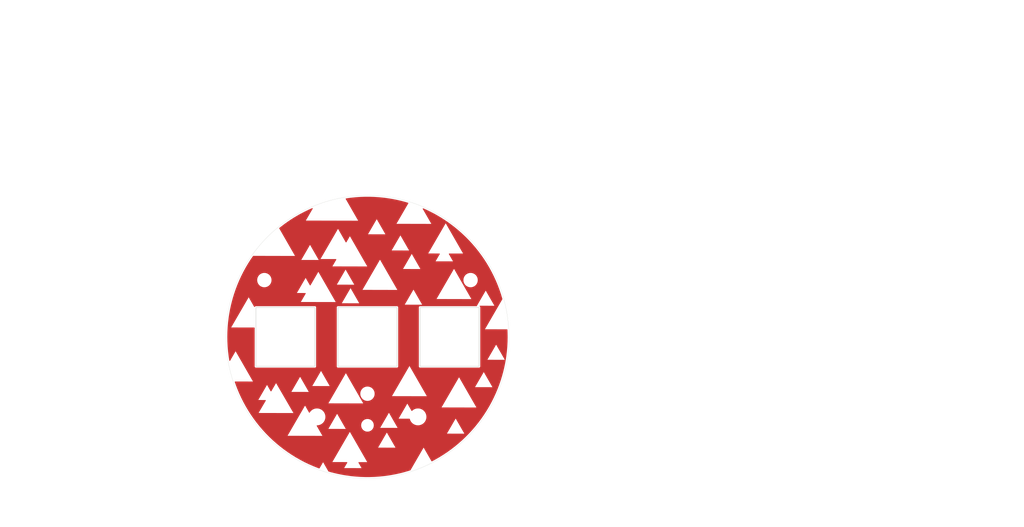
<source format=kicad_pcb>
(kicad_pcb (version 20221018) (generator pcbnew)
  (title_block (title "RP2040 Minimal Design Example") (date "2020-07-13") (rev "REV1") (company "Raspberry Pi (Trading) Ltd"))
  (layers (0 "F.Cu" signal) (31 "B.Cu" signal) (34 "B.Paste" user) (35 "F.Paste" user) (36 "B.SilkS" user "B.Silkscreen") (37 "F.SilkS" user "F.Silkscreen") (38 "B.Mask" user) (39 "F.Mask" user) (44 "Edge.Cuts" user))
  (net 0 "")
  (net 1 "GND")
  (footprint "Button_Switch_Keyboard:SW_Lekker_1.00u_Plate" (layer "F.Cu") (at 80.5 100)
    (fp_text reference "REF**" hide)
    (fp_text value "SW_Lekker_1.00u_Plate")
    (fp_rect (start -7 -7) (end 7 7) (stroke (width 0.12)) (fill none) (layer "Edge.Cuts"))
  )
  (footprint "Button_Switch_Keyboard:SW_Lekker_1.00u_Plate" (layer "F.Cu") (at 100 100)
    (fp_text reference "REF**" hide)
    (fp_text value "SW_Lekker_1.00u_Plate")
    (fp_rect (start -7 -7) (end 7 7) (stroke (width 0.12)) (fill none) (layer "Edge.Cuts"))
  )
  (footprint "MountingHole:MountingHole_3.7mm" (layer "F.Cu") (at 88 119)
    (fp_text reference "REF**" hide)
    (fp_text value "MountingHole_3.7mm")
    (pad "" np_thru_hole circle (at 0 0) (size 3.8 3.8) (drill 3.8) (layers "F&B.Cu" "*.Mask"))
  )
  (footprint "MountingHole:MountingHole_3.7mm" (layer "F.Cu") (at 112 119)
    (fp_text reference "REF**" hide)
    (fp_text value "MountingHole_3.7mm")
    (pad "" np_thru_hole circle (at 0 0) (size 3.8 3.8) (drill 3.8) (layers "*.Cu" "*.Mask"))
  )
  (footprint "Button_Switch_Keyboard:SW_Lekker_1.00u_Plate" (layer "F.Cu") (at 119.5 100)
    (fp_text reference "REF**" hide)
    (fp_text value "SW_Lekker_1.00u_Plate")
    (fp_rect (start -7 -7) (end 7 7) (stroke (width 0.12)) (fill none) (layer "Edge.Cuts"))
  )
  (footprint "MountingHole:MountingHole_2.7mm" (layer "F.Cu") (at 100 121)
    (fp_text reference "REF**" hide)
    (fp_text value "MountingHole_2.7mm")
    (pad "" np_thru_hole circle (at 0 0) (size 2.8 2.8) (drill 2.8) (layers "F&B.Cu" "*.Mask"))
  )
  (footprint "MountingHole:MountingHole_3.2mm_M3" (layer "B.Cu") (at 100 113.5 180)
    (fp_text reference "H3" hide)
    (fp_text value "MountingHole_3.2mm_M3")
    (pad "" np_thru_hole circle (at 0 0 180) (size 3.2 3.2) (drill 3.2) (layers "*.Cu" "*.Mask"))
  )
  (footprint "MountingHole:MountingHole_3.2mm_M3" (layer "B.Cu") (at 124.5 86.5 180)
    (fp_text reference "H2" hide)
    (fp_text value "MountingHole_3.2mm_M3")
    (pad "" np_thru_hole circle (at 0 0 180) (size 3.2 3.2) (drill 3.2) (layers "*.Cu" "*.Mask"))
  )
  (footprint "MountingHole:MountingHole_3.2mm_M3" (layer "B.Cu") (at 75.5 86.5 180)
    (fp_text reference "H1" hide)
    (fp_text value "MountingHole_3.2mm_M3")
    (pad "" np_thru_hole circle (at 0 0 180) (size 3.2 3.2) (drill 3.2) (layers "*.Cu" "*.Mask"))
  )
  (gr_circle (center 100 100) (end 133.6 100) (stroke (width 0.05)) (fill none) (layer "Edge.Cuts"))
  (zone (net 1) (net_name "GND") (layer "F.Cu") (priority 1) (connect_pads (clearance 0.2)) (min_thickness 0.2) (fill yes (thermal_gap 0.3) (thermal_bridge_width 0.3))
    (polygon (pts (xy 144.67 145.16) (xy 57.89 144.39) (xy 56.8 56.69) (xy 143.92 57.05)))
  )
  (zone (net 0) (net_name "") (layers "F&B.Cu") (connect_pads (clearance 0)) (min_thickness 0.25)
    (keepout (tracks not_allowed) (vias not_allowed) (pads not_allowed) (copperpour not_allowed) (footprints allowed))
    (fill (thermal_gap 0.5) (thermal_bridge_width 0.5))
    (polygon (pts (xy 85.309738 85.979872) (xy 83.228897 89.566005) (xy 87.375 89.575)))
  )
  (zone (net 0) (net_name "") (layers "F&B.Cu") (connect_pads (clearance 0)) (min_thickness 0.25)
    (keepout (tracks not_allowed) (vias not_allowed) (pads not_allowed) (copperpour not_allowed) (footprints allowed))
    (fill (thermal_gap 0.5) (thermal_bridge_width 0.5))
    (polygon (pts (xy 127.63 108.35) (xy 125.549159 111.936133) (xy 129.695262 111.945128)))
  )
  (zone (net 0) (net_name "") (layers "F&B.Cu") (connect_pads (clearance 0)) (min_thickness 0.25)
    (keepout (tracks not_allowed) (vias not_allowed) (pads not_allowed) (copperpour not_allowed) (footprints allowed))
    (fill (thermal_gap 0.5) (thermal_bridge_width 0.5))
    (polygon (pts (xy 22.495944 41.412769) (xy 26.657626 34.240505) (xy 30.78815 41.430759)))
  )
  (zone (net 0) (net_name "") (layers "F&B.Cu") (connect_pads (clearance 0)) (min_thickness 0.25)
    (keepout (tracks not_allowed) (vias not_allowed) (pads not_allowed) (copperpour not_allowed) (footprints allowed))
    (fill (thermal_gap 0.5) (thermal_bridge_width 0.5))
    (polygon (pts (xy 76.134738 111.404872) (xy 74.053897 114.991005) (xy 78.2 115)))
  )
  (zone (net 0) (net_name "") (layers "F&B.Cu") (connect_pads (clearance 0)) (min_thickness 0.25)
    (keepout (tracks not_allowed) (vias not_allowed) (pads not_allowed) (copperpour not_allowed) (footprints allowed))
    (fill (thermal_gap 0.5) (thermal_bridge_width 0.5))
    (polygon (pts (xy 120.954738 119.394872) (xy 118.873897 122.981005) (xy 123.02 122.99)))
  )
  (zone (net 0) (net_name "") (layers "F&B.Cu") (connect_pads (clearance 0)) (min_thickness 0.25)
    (keepout (tracks not_allowed) (vias not_allowed) (pads not_allowed) (copperpour not_allowed) (footprints allowed))
    (fill (thermal_gap 0.5) (thermal_bridge_width 0.5))
    (polygon (pts (xy 105.818318 114.072264) (xy 109.98 106.9) (xy 114.110524 114.090254)))
  )
  (zone (net 0) (net_name "") (layers "F&B.Cu") (connect_pads (clearance 0)) (min_thickness 0.25)
    (keepout (tracks not_allowed) (vias not_allowed) (pads not_allowed) (copperpour not_allowed) (footprints allowed))
    (fill (thermal_gap 0.5) (thermal_bridge_width 0.5))
    (polygon (pts (xy 130.564738 101.844872) (xy 128.483897 105.431005) (xy 132.63 105.44)))
  )
  (zone (net 0) (net_name "") (layers "F&B.Cu") (connect_pads (clearance 0)) (min_thickness 0.25)
    (keepout (tracks not_allowed) (vias not_allowed) (pads not_allowed) (copperpour not_allowed) (footprints allowed))
    (fill (thermal_gap 0.5) (thermal_bridge_width 0.5))
    (polygon (pts (xy 91.652651 129.732753) (xy 95.814333 122.560489) (xy 99.944857 129.750743)))
  )
  (zone (net 0) (net_name "") (layers "F&B.Cu") (connect_pads (clearance 0)) (min_thickness 0.25)
    (keepout (tracks not_allowed) (vias not_allowed) (pads not_allowed) (copperpour not_allowed) (footprints allowed))
    (fill (thermal_gap 0.5) (thermal_bridge_width 0.5))
    (polygon (pts (xy 198.594738 52.284872) (xy 196.513897 55.871005) (xy 200.66 55.88)))
  )
  (zone (net 0) (net_name "") (layers "F&B.Cu") (connect_pads (clearance 0)) (min_thickness 0.25)
    (keepout (tracks not_allowed) (vias not_allowed) (pads not_allowed) (copperpour not_allowed) (footprints allowed))
    (fill (thermal_gap 0.5) (thermal_bridge_width 0.5))
    (polygon (pts (xy 44.015589 42.16402) (xy 52.338953 27.819492) (xy 60.6 42.2)))
  )
  (zone (net 0) (net_name "") (layers "F&B.Cu") (connect_pads (clearance 0)) (min_thickness 0.25)
    (keepout (tracks not_allowed) (vias not_allowed) (pads not_allowed) (copperpour not_allowed) (footprints allowed))
    (fill (thermal_gap 0.5) (thermal_bridge_width 0.5))
    (polygon (pts (xy 109.47 115.84) (xy 107.389159 119.426133) (xy 111.535262 119.435128)))
  )
  (zone (net 0) (net_name "") (layers "F&B.Cu") (connect_pads (clearance 0)) (min_thickness 0.25)
    (keepout (tracks not_allowed) (vias not_allowed) (pads not_allowed) (copperpour not_allowed) (footprints allowed))
    (fill (thermal_gap 0.5) (thermal_bridge_width 0.5))
    (polygon (pts (xy 191.759738 42.529872) (xy 189.678897 46.116005) (xy 193.825 46.125)))
  )
  (zone (net 0) (net_name "") (layers "F&B.Cu") (connect_pads (clearance 0)) (min_thickness 0.25)
    (keepout (tracks not_allowed) (vias not_allowed) (pads not_allowed) (copperpour not_allowed) (footprints allowed))
    (fill (thermal_gap 0.5) (thermal_bridge_width 0.5))
    (polygon (pts (xy 107.825 75.875) (xy 105.744159 79.461133) (xy 109.890262 79.470128)))
  )
  (zone (net 0) (net_name "") (layers "F&B.Cu") (connect_pads (clearance 0)) (min_thickness 0.25)
    (keepout (tracks not_allowed) (vias not_allowed) (pads not_allowed) (copperpour not_allowed) (footprints allowed))
    (fill (thermal_gap 0.5) (thermal_bridge_width 0.5))
    (polygon (pts (xy 21.372114 56.890007) (xy 27.614637 46.13161) (xy 33.810423 56.916992)))
  )
  (zone (net 0) (net_name "") (layers "F&B.Cu") (connect_pads (clearance 0)) (min_thickness 0.25)
    (keepout (tracks not_allowed) (vias not_allowed) (pads not_allowed) (copperpour not_allowed) (footprints allowed))
    (fill (thermal_gap 0.5) (thermal_bridge_width 0.5))
    (polygon (pts (xy 12.695944 57.012769) (xy 16.857626 49.840505) (xy 20.98815 57.030759)))
  )
  (zone (net 0) (net_name "") (layers "F&B.Cu") (connect_pads (clearance 0)) (min_thickness 0.25)
    (keepout (tracks not_allowed) (vias not_allowed) (pads not_allowed) (copperpour not_allowed) (footprints allowed))
    (fill (thermal_gap 0.5) (thermal_bridge_width 0.5))
    (polygon (pts (xy 186.759738 50.129872) (xy 184.678897 53.716005) (xy 188.825 53.725)))
  )
  (zone (net 0) (net_name "") (layers "F&B.Cu") (connect_pads (clearance 0)) (min_thickness 0.25)
    (keepout (tracks not_allowed) (vias not_allowed) (pads not_allowed) (copperpour not_allowed) (footprints allowed))
    (fill (thermal_gap 0.5) (thermal_bridge_width 0.5))
    (polygon (pts (xy 90.707794 115.78201) (xy 94.869476 108.609746) (xy 99 115.8)))
  )
  (zone (net 0) (net_name "") (layers "F&B.Cu") (connect_pads (clearance 0)) (min_thickness 0.25)
    (keepout (tracks not_allowed) (vias not_allowed) (pads not_allowed) (copperpour not_allowed) (footprints allowed))
    (fill (thermal_gap 0.5) (thermal_bridge_width 0.5))
    (polygon (pts (xy 86.351073 78.13055) (xy 84.270232 81.716683) (xy 88.416335 81.725678)))
  )
  (zone (net 0) (net_name "") (layers "F&B.Cu") (connect_pads (clearance 0)) (min_thickness 0.25)
    (keepout (tracks not_allowed) (vias not_allowed) (pads not_allowed) (copperpour not_allowed) (footprints allowed))
    (fill (thermal_gap 0.5) (thermal_bridge_width 0.5))
    (polygon (pts (xy 89.456841 129.763867) (xy 87.376 133.35) (xy 91.522103 133.358995)))
  )
  (zone (net 0) (net_name "") (layers "F&B.Cu") (connect_pads (clearance 0)) (min_thickness 0.25)
    (keepout (tracks not_allowed) (vias not_allowed) (pads not_allowed) (copperpour not_allowed) (footprints allowed))
    (fill (thermal_gap 0.5) (thermal_bridge_width 0.5))
    (polygon (pts (xy 102.930479 83.726746) (xy 100.849638 87.312879) (xy 104.995741 87.321874)))
  )
  (zone (net 0) (net_name "") (layers "F&B.Cu") (connect_pads (clearance 0)) (min_thickness 0.25)
    (keepout (tracks not_allowed) (vias not_allowed) (pads not_allowed) (copperpour not_allowed) (footprints allowed))
    (fill (thermal_gap 0.5) (thermal_bridge_width 0.5))
    (polygon (pts (xy 98.813318 88.822264) (xy 102.975 81.65) (xy 107.105524 88.840254)))
  )
  (zone (net 0) (net_name "") (layers "F&B.Cu") (connect_pads (clearance 0)) (min_thickness 0.25)
    (keepout (tracks not_allowed) (vias not_allowed) (pads not_allowed) (copperpour not_allowed) (footprints allowed))
    (fill (thermal_gap 0.5) (thermal_bridge_width 0.5))
    (polygon (pts (xy 34.215589 57.76402) (xy 42.538953 43.419492) (xy 50.8 57.8)))
  )
  (zone (net 0) (net_name "") (layers "F&B.Cu") (connect_pads (clearance 0)) (min_thickness 0.25)
    (keepout (tracks not_allowed) (vias not_allowed) (pads not_allowed) (copperpour not_allowed) (footprints allowed))
    (fill (thermal_gap 0.5) (thermal_bridge_width 0.5))
    (polygon (pts (xy 105.1 118.02) (xy 103.019159 121.606133) (xy 107.165262 121.615128)))
  )
  (zone (net 0) (net_name "") (layers "F&B.Cu") (connect_pads (clearance 0)) (min_thickness 0.25)
    (keepout (tracks not_allowed) (vias not_allowed) (pads not_allowed) (copperpour not_allowed) (footprints allowed))
    (fill (thermal_gap 0.5) (thermal_bridge_width 0.5))
    (polygon (pts (xy 92.250841 66.263867) (xy 90.17 69.85) (xy 94.316103 69.858995)))
  )
  (zone (net 0) (net_name "") (layers "F&B.Cu") (connect_pads (clearance 0)) (min_thickness 0.25)
    (keepout (tracks not_allowed) (vias not_allowed) (pads not_allowed) (copperpour not_allowed) (footprints allowed))
    (fill (thermal_gap 0.5) (thermal_bridge_width 0.5))
    (polygon (pts (xy 31.172114 41.290007) (xy 37.414637 30.53161) (xy 43.610423 41.316992)))
  )
  (zone (net 0) (net_name "") (layers "F&B.Cu") (connect_pads (clearance 0)) (min_thickness 0.25)
    (keepout (tracks not_allowed) (vias not_allowed) (pads not_allowed) (copperpour not_allowed) (footprints allowed))
    (fill (thermal_gap 0.5) (thermal_bridge_width 0.5))
    (polygon (pts (xy 88.964738 108.084872) (xy 86.883897 111.671005) (xy 91.03 111.68)))
  )
  (zone (net 0) (net_name "") (layers "F&B.Cu") (connect_pads (clearance 0)) (min_thickness 0.25)
    (keepout (tracks not_allowed) (vias not_allowed) (pads not_allowed) (copperpour not_allowed) (footprints allowed))
    (fill (thermal_gap 0.5) (thermal_bridge_width 0.5))
    (polygon (pts (xy 94.8 84) (xy 92.719159 87.586133) (xy 96.865262 87.595128)))
  )
  (zone (net 0) (net_name "") (layers "F&B.Cu") (connect_pads (clearance 0)) (min_thickness 0.25)
    (keepout (tracks not_allowed) (vias not_allowed) (pads not_allowed) (copperpour not_allowed) (footprints allowed))
    (fill (thermal_gap 0.5) (thermal_bridge_width 0.5))
    (polygon (pts (xy 182.159738 43.729872) (xy 180.078897 47.316005) (xy 184.225 47.325)))
  )
  (zone (net 0) (net_name "") (layers "F&B.Cu") (connect_pads (clearance 0)) (min_thickness 0.25)
    (keepout (tracks not_allowed) (vias not_allowed) (pads not_allowed) (copperpour not_allowed) (footprints allowed))
    (fill (thermal_gap 0.5) (thermal_bridge_width 0.5))
    (polygon (pts (xy 110.52 80.28) (xy 108.439159 83.866133) (xy 112.585262 83.875128)))
  )
  (zone (net 0) (net_name "") (layers "F&B.Cu") (connect_pads (clearance 0)) (min_thickness 0.25)
    (keepout (tracks not_allowed) (vias not_allowed) (pads not_allowed) (copperpour not_allowed) (footprints allowed))
    (fill (thermal_gap 0.5) (thermal_bridge_width 0.5))
    (polygon (pts (xy 86.215589 42.96402) (xy 94.538953 28.619492) (xy 102.8 43)))
  )
  (zone (net 0) (net_name "") (layers "F&B.Cu") (connect_pads (clearance 0)) (min_thickness 0.25)
    (keepout (tracks not_allowed) (vias not_allowed) (pads not_allowed) (copperpour not_allowed) (footprints allowed))
    (fill (thermal_gap 0.5) (thermal_bridge_width 0.5))
    (polygon (pts (xy 174.959738 55.529872) (xy 172.878897 59.116005) (xy 177.025 59.125)))
  )
  (zone (net 0) (net_name "") (layers "F&B.Cu") (connect_pads (clearance 0)) (min_thickness 0.25)
    (keepout (tracks not_allowed) (vias not_allowed) (pads not_allowed) (copperpour not_allowed) (footprints allowed))
    (fill (thermal_gap 0.5) (thermal_bridge_width 0.5))
    (polygon (pts (xy 85.351691 72.363015) (xy 91.594214 61.604618) (xy 97.79 72.39)))
  )
  (zone (net 0) (net_name "") (layers "F&B.Cu") (connect_pads (clearance 0)) (min_thickness 0.25)
    (keepout (tracks not_allowed) (vias not_allowed) (pads not_allowed) (copperpour not_allowed) (footprints allowed))
    (fill (thermal_gap 0.5) (thermal_bridge_width 0.5))
    (polygon (pts (xy 83.994738 109.474872) (xy 81.913897 113.061005) (xy 86.06 113.07)))
  )
  (zone (net 0) (net_name "") (layers "F&B.Cu") (connect_pads (clearance 0)) (min_thickness 0.25)
    (keepout (tracks not_allowed) (vias not_allowed) (pads not_allowed) (copperpour not_allowed) (footprints allowed))
    (fill (thermal_gap 0.5) (thermal_bridge_width 0.5))
    (polygon (pts (xy 96.534738 127.579872) (xy 94.453897 131.166005) (xy 98.6 131.175)))
  )
  (zone (net 0) (net_name "") (layers "F&B.Cu") (connect_pads (clearance 0)) (min_thickness 0.25)
    (keepout (tracks not_allowed) (vias not_allowed) (pads not_allowed) (copperpour not_allowed) (footprints allowed))
    (fill (thermal_gap 0.5) (thermal_bridge_width 0.5))
    (polygon (pts (xy 88.838318 81.497264) (xy 93 74.325) (xy 97.130524 81.515254)))
  )
  (zone (net 0) (net_name "") (layers "F&B.Cu") (connect_pads (clearance 0)) (min_thickness 0.25)
    (keepout (tracks not_allowed) (vias not_allowed) (pads not_allowed) (copperpour not_allowed) (footprints allowed))
    (fill (thermal_gap 0.5) (thermal_bridge_width 0.5))
    (polygon (pts (xy 112.314488 43.849502) (xy 118.557011 33.091105) (xy 124.752797 43.876487)))
  )
  (zone (net 0) (net_name "") (layers "F&B.Cu") (connect_pads (clearance 0)) (min_thickness 0.25)
    (keepout (tracks not_allowed) (vias not_allowed) (pads not_allowed) (copperpour not_allowed) (footprints allowed))
    (fill (thermal_gap 0.5) (thermal_bridge_width 0.5))
    (polygon (pts (xy 110.930841 88.754872) (xy 108.85 92.341005) (xy 112.996103 92.35)))
  )
  (zone (net 0) (net_name "") (layers "F&B.Cu") (connect_pads (clearance 0)) (min_thickness 0.25)
    (keepout (tracks not_allowed) (vias not_allowed) (pads not_allowed) (copperpour not_allowed) (footprints allowed))
    (fill (thermal_gap 0.5) (thermal_bridge_width 0.5))
    (polygon (pts (xy 110.001411 109.321886) (xy 107.92057 112.908019) (xy 112.066673 112.917014)))
  )
  (zone (net 0) (net_name "") (layers "F&B.Cu") (connect_pads (clearance 0)) (min_thickness 0.25)
    (keepout (tracks not_allowed) (vias not_allowed) (pads not_allowed) (copperpour not_allowed) (footprints allowed))
    (fill (thermal_gap 0.5) (thermal_bridge_width 0.5))
    (polygon (pts (xy 102.2 72.03) (xy 100.119159 75.616133) (xy 104.265262 75.625128)))
  )
  (zone (net 0) (net_name "") (layers "F&B.Cu") (connect_pads (clearance 0)) (min_thickness 0.25)
    (keepout (tracks not_allowed) (vias not_allowed) (pads not_allowed) (copperpour not_allowed) (footprints allowed))
    (fill (thermal_gap 0.5) (thermal_bridge_width 0.5))
    (polygon (pts (xy 114.422937 80.176207) (xy 118.584619 73.003943) (xy 122.715143 80.194197)))
  )
  (zone (net 0) (net_name "") (layers "F&B.Cu") (connect_pads (clearance 0)) (min_thickness 0.25)
    (keepout (tracks not_allowed) (vias not_allowed) (pads not_allowed) (copperpour not_allowed) (footprints allowed))
    (fill (thermal_gap 0.5) (thermal_bridge_width 0.5))
    (polygon (pts (xy 95.980841 88.413867) (xy 93.9 92) (xy 98.046103 92.008995)))
  )
  (zone (net 0) (net_name "") (layers "F&B.Cu") (connect_pads (clearance 0)) (min_thickness 0.25)
    (keepout (tracks not_allowed) (vias not_allowed) (pads not_allowed) (copperpour not_allowed) (footprints allowed))
    (fill (thermal_gap 0.5) (thermal_bridge_width 0.5))
    (polygon (pts (xy 118.259738 78.454872) (xy 116.178897 82.041005) (xy 120.325 82.05)))
  )
  (zone (net 0) (net_name "") (layers "F&B.Cu") (connect_pads (clearance 0)) (min_thickness 0.25)
    (keepout (tracks not_allowed) (vias not_allowed) (pads not_allowed) (copperpour not_allowed) (footprints allowed))
    (fill (thermal_gap 0.5) (thermal_bridge_width 0.5))
    (polygon (pts (xy 104.596926 122.719232) (xy 102.516085 126.305365) (xy 106.662188 126.31436)))
  )
  (zone (net 0) (net_name "") (layers "F&B.Cu") (connect_pads (clearance 0)) (min_thickness 0.25)
    (keepout (tracks not_allowed) (vias not_allowed) (pads not_allowed) (copperpour not_allowed) (footprints allowed))
    (fill (thermal_gap 0.5) (thermal_bridge_width 0.5))
    (polygon (pts (xy 92.785422 118.267193) (xy 90.704581 121.853326) (xy 94.850684 121.862321)))
  )
  (zone (net 0) (net_name "") (layers "F&B.Cu") (connect_pads (clearance 0)) (min_thickness 0.25)
    (keepout (tracks not_allowed) (vias not_allowed) (pads not_allowed) (copperpour not_allowed) (footprints allowed))
    (fill (thermal_gap 0.5) (thermal_bridge_width 0.5))
    (polygon (pts (xy 198.594738 47.204872) (xy 196.513897 50.791005) (xy 200.66 50.8)))
  )
  (zone (net 0) (net_name "") (layers "F&B.Cu") (connect_pads (clearance 0)) (min_thickness 0.25)
    (keepout (tracks not_allowed) (vias not_allowed) (pads not_allowed) (copperpour not_allowed) (footprints allowed))
    (fill (thermal_gap 0.5) (thermal_bridge_width 0.5))
    (polygon (pts (xy 84.168318 91.702264) (xy 88.33 84.53) (xy 92.460524 91.720254)))
  )
  (zone (net 0) (net_name "") (layers "F&B.Cu") (connect_pads (clearance 0)) (min_thickness 0.25)
    (keepout (tracks not_allowed) (vias not_allowed) (pads not_allowed) (copperpour not_allowed) (footprints allowed))
    (fill (thermal_gap 0.5) (thermal_bridge_width 0.5))
    (polygon (pts (xy 128.094738 89.004872) (xy 126.013897 92.591005) (xy 130.16 92.6)))
  )
  (zone (net 0) (net_name "") (layers "F&B.Cu" "F.Mask") (connect_pads (clearance 0)) (min_thickness 0.25)
    (keepout (tracks not_allowed) (vias not_allowed) (pads not_allowed) (copperpour not_allowed) (footprints allowed))
    (fill (thermal_gap 0.5) (thermal_bridge_width 0.5))
    (polygon (pts (xy 91.663318 83.247264) (xy 95.825 76.075) (xy 99.955524 83.265254)))
  )
  (zone (net 0) (net_name "") (layers "F&B.Cu" "F.Mask") (connect_pads (clearance 0)) (min_thickness 0.25)
    (keepout (tracks not_allowed) (vias not_allowed) (pads not_allowed) (copperpour not_allowed) (footprints allowed))
    (fill (thermal_gap 0.5) (thermal_bridge_width 0.5))
    (polygon (pts (xy 116.4 91) (xy 120.561682 83.827736) (xy 124.692206 91.01799)))
  )
  (zone (net 0) (net_name "") (layers "F&B.Cu" "F.Mask") (connect_pads (clearance 0)) (min_thickness 0.25)
    (keepout (tracks not_allowed) (vias not_allowed) (pads not_allowed) (copperpour not_allowed) (footprints allowed))
    (fill (thermal_gap 0.5) (thermal_bridge_width 0.5))
    (polygon (pts (xy 227.625312 54.90166) (xy 235.948676 40.557132) (xy 244.209723 54.93764)))
  )
  (zone (net 0) (net_name "") (layers "F&B.Cu" "F.Mask") (connect_pads (clearance 0)) (min_thickness 0.25)
    (keepout (tracks not_allowed) (vias not_allowed) (pads not_allowed) (copperpour not_allowed) (footprints allowed))
    (fill (thermal_gap 0.5) (thermal_bridge_width 0.5))
    (polygon (pts (xy 243.561691 60.373015) (xy 249.804214 49.614618) (xy 256 60.4)))
  )
  (zone (net 0) (net_name "") (layers "F&B.Cu" "F.Mask") (connect_pads (clearance 0)) (min_thickness 0.25)
    (keepout (tracks not_allowed) (vias not_allowed) (pads not_allowed) (copperpour not_allowed) (footprints allowed))
    (fill (thermal_gap 0.5) (thermal_bridge_width 0.5))
    (polygon (pts (xy 64.507794 110.58201) (xy 68.669476 103.409746) (xy 72.8 110.6)))
  )
  (zone (net 0) (net_name "") (layers "F&B.Cu" "F.Mask") (connect_pads (clearance 0)) (min_thickness 0.25)
    (keepout (tracks not_allowed) (vias not_allowed) (pads not_allowed) (copperpour not_allowed) (footprints allowed))
    (fill (thermal_gap 0.5) (thermal_bridge_width 0.5))
    (polygon (pts (xy 81.00851 123.491811) (xy 85.170192 116.319547) (xy 89.300716 123.509801)))
  )
  (zone (net 0) (net_name "") (layers "F&B.Cu" "F.Mask") (connect_pads (clearance 0)) (min_thickness 0.25)
    (keepout (tracks not_allowed) (vias not_allowed) (pads not_allowed) (copperpour not_allowed) (footprints allowed))
    (fill (thermal_gap 0.5) (thermal_bridge_width 0.5))
    (polygon (pts (xy 70.35145 80.738231) (xy 76.593973 69.979834) (xy 82.789759 80.765216)))
  )
  (zone (net 0) (net_name "") (layers "F&B.Cu" "F.Mask") (connect_pads (clearance 0)) (min_thickness 0.25)
    (keepout (tracks not_allowed) (vias not_allowed) (pads not_allowed) (copperpour not_allowed) (footprints allowed))
    (fill (thermal_gap 0.5) (thermal_bridge_width 0.5))
    (polygon (pts (xy 160.506842 116.478523) (xy 168.830206 102.133995) (xy 177.091253 116.514503)))
  )
  (zone (net 0) (net_name "") (layers "F&B.Cu" "F.Mask") (connect_pads (clearance 0)) (min_thickness 0.25)
    (keepout (tracks not_allowed) (vias not_allowed) (pads not_allowed) (copperpour not_allowed) (footprints allowed))
    (fill (thermal_gap 0.5) (thermal_bridge_width 0.5))
    (polygon (pts (xy 117.595633 116.75495) (xy 121.757315 109.582686) (xy 125.887839 116.77294)))
  )
  (zone (net 0) (net_name "") (layers "F&B.Cu" "F.Mask") (connect_pads (clearance 0)) (min_thickness 0.25)
    (keepout (tracks not_allowed) (vias not_allowed) (pads not_allowed) (copperpour not_allowed) (footprints allowed))
    (fill (thermal_gap 0.5) (thermal_bridge_width 0.5))
    (polygon (pts (xy 74.123056 118.072136) (xy 78.284738 110.979872) (xy 82.415262 118.090126)))
  )
  (zone (net 0) (net_name "") (layers "F&B.Cu" "F.Mask") (connect_pads (clearance 0)) (min_thickness 0.25)
    (keepout (tracks not_allowed) (vias not_allowed) (pads not_allowed) (copperpour not_allowed) (footprints allowed))
    (fill (thermal_gap 0.5) (thermal_bridge_width 0.5))
    (polygon (pts (xy 106.882794 73.13201) (xy 111.044476 65.959746) (xy 115.175 73.15)))
  )
  (zone (net 0) (net_name "") (layers "F&B.Cu" "F.Mask") (connect_pads (clearance 0)) (min_thickness 0.25)
    (keepout (tracks not_allowed) (vias not_allowed) (pads not_allowed) (copperpour not_allowed) (footprints allowed))
    (fill (thermal_gap 0.5) (thermal_bridge_width 0.5))
    (polygon (pts (xy 163.032794 69.85701) (xy 167.194476 62.684746) (xy 171.325 69.875)))
  )
  (zone (net 0) (net_name "") (layers "F&B.Cu" "F.Mask") (connect_pads (clearance 0)) (min_thickness 0.25)
    (keepout (tracks not_allowed) (vias not_allowed) (pads not_allowed) (copperpour not_allowed) (footprints allowed))
    (fill (thermal_gap 0.5) (thermal_bridge_width 0.5))
    (polygon (pts (xy 127.907794 98.18201) (xy 132.069476 91.009746) (xy 136.2 98.2)))
  )
  (zone (net 0) (net_name "") (layers "F&B.Cu" "F.Mask") (connect_pads (clearance 0)) (min_thickness 0.25)
    (keepout (tracks not_allowed) (vias not_allowed) (pads not_allowed) (copperpour not_allowed) (footprints allowed))
    (fill (thermal_gap 0.5) (thermal_bridge_width 0.5))
    (polygon (pts (xy 165.825312 95.50166) (xy 174.148676 81.157132) (xy 182.409723 95.53764)))
  )
  (zone (net 0) (net_name "") (layers "F&B.Cu" "F.Mask") (connect_pads (clearance 0)) (min_thickness 0.25)
    (keepout (tracks not_allowed) (vias not_allowed) (pads not_allowed) (copperpour not_allowed) (footprints allowed))
    (fill (thermal_gap 0.5) (thermal_bridge_width 0.5))
    (polygon (pts (xy 149.582794 82.30701) (xy 153.744476 75.134746) (xy 157.875 82.325)))
  )
  (zone (net 0) (net_name "") (layers "F&B.Cu" "F.Mask") (connect_pads (clearance 0)) (min_thickness 0.25)
    (keepout (tracks not_allowed) (vias not_allowed) (pads not_allowed) (copperpour not_allowed) (footprints allowed))
    (fill (thermal_gap 0.5) (thermal_bridge_width 0.5))
    (polygon (pts (xy 192.188986 94.144439) (xy 200.51235 79.799911) (xy 208.773397 94.180419)))
  )
  (zone (net 0) (net_name "") (layers "F&B.Cu" "F.Mask") (connect_pads (clearance 0)) (min_thickness 0.25)
    (keepout (tracks not_allowed) (vias not_allowed) (pads not_allowed) (copperpour not_allowed) (footprints allowed))
    (fill (thermal_gap 0.5) (thermal_bridge_width 0.5))
    (polygon (pts (xy 153.932794 56.20701) (xy 158.094476 49.034746) (xy 162.225 56.225)))
  )
  (zone (net 0) (net_name "") (layers "F&B.Cu" "F.Mask") (connect_pads (clearance 0)) (min_thickness 0.25)
    (keepout (tracks not_allowed) (vias not_allowed) (pads not_allowed) (copperpour not_allowed) (footprints allowed))
    (fill (thermal_gap 0.5) (thermal_bridge_width 0.5))
    (polygon (pts (xy 67.615813 97.756763) (xy 71.777495 90.584499) (xy 75.908019 97.774753)))
  )
  (zone (net 0) (net_name "") (layers "F&B.Cu" "F.Mask") (connect_pads (clearance 0)) (min_thickness 0.25)
    (keepout (tracks not_allowed) (vias not_allowed) (pads not_allowed) (copperpour not_allowed) (footprints allowed))
    (fill (thermal_gap 0.5) (thermal_bridge_width 0.5))
    (polygon (pts (xy 178.225312 34.30166) (xy 186.548676 19.957132) (xy 194.809723 34.33764)))
  )
  (zone (net 0) (net_name "") (layers "F&B.Cu" "F.Mask") (connect_pads (clearance 0)) (min_thickness 0.25)
    (keepout (tracks not_allowed) (vias not_allowed) (pads not_allowed) (copperpour not_allowed) (footprints allowed))
    (fill (thermal_gap 0.5) (thermal_bridge_width 0.5))
    (polygon (pts (xy 179.770483 73.492098) (xy 186.013006 62.733701) (xy 192.208792 73.519083)))
  )
  (zone (net 0) (net_name "") (layers "F&B.Cu" "F.Mask") (connect_pads (clearance 0)) (min_thickness 0.25)
    (keepout (tracks not_allowed) (vias not_allowed) (pads not_allowed) (copperpour not_allowed) (footprints allowed))
    (fill (thermal_gap 0.5) (thermal_bridge_width 0.5))
    (polygon (pts (xy 109.179039 133.461929) (xy 113.340721 126.289665) (xy 117.471245 133.479919)))
  )
  (zone (net 0) (net_name "") (layers "F&B.Cu" "F.Mask") (connect_pads (clearance 0)) (min_thickness 0.25)
    (keepout (tracks not_allowed) (vias not_allowed) (pads not_allowed) (copperpour not_allowed) (footprints allowed))
    (fill (thermal_gap 0.5) (thermal_bridge_width 0.5))
    (polygon (pts (xy 90.707794 115.78201) (xy 94.869476 108.609746) (xy 99 115.8)))
  )
  (zone (net 0) (net_name "") (layers "F&B.Cu" "F.Mask") (connect_pads (clearance 0)) (min_thickness 0.25)
    (keepout (tracks not_allowed) (vias not_allowed) (pads not_allowed) (copperpour not_allowed) (footprints allowed))
    (fill (thermal_gap 0.5) (thermal_bridge_width 0.5))
    (polygon (pts (xy 204.825312 73.30166) (xy 213.148676 58.957132) (xy 221.409723 73.33764)))
  )
)
</source>
